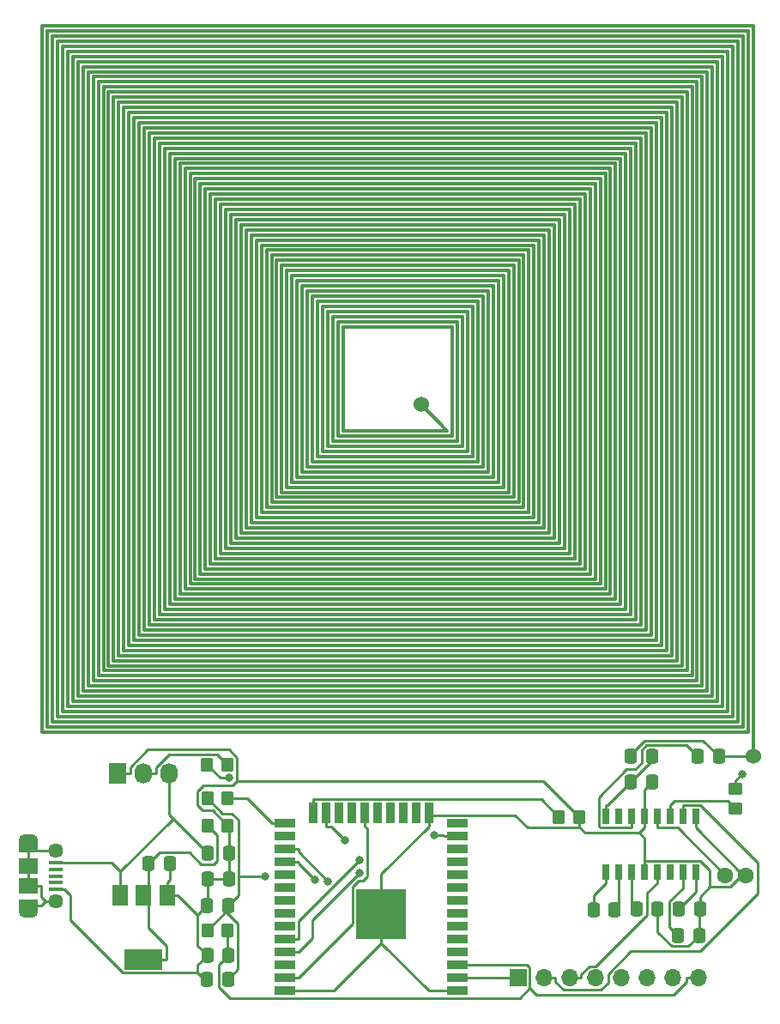
<source format=gtl>
%TF.GenerationSoftware,KiCad,Pcbnew,(6.0.7)*%
%TF.CreationDate,2022-10-01T10:05:14-06:00*%
%TF.ProjectId,attiny_rfid_light,61747469-6e79-45f7-9266-69645f6c6967,rev?*%
%TF.SameCoordinates,Original*%
%TF.FileFunction,Copper,L1,Top*%
%TF.FilePolarity,Positive*%
%FSLAX46Y46*%
G04 Gerber Fmt 4.6, Leading zero omitted, Abs format (unit mm)*
G04 Created by KiCad (PCBNEW (6.0.7)) date 2022-10-01 10:05:14*
%MOMM*%
%LPD*%
G01*
G04 APERTURE LIST*
G04 Aperture macros list*
%AMRoundRect*
0 Rectangle with rounded corners*
0 $1 Rounding radius*
0 $2 $3 $4 $5 $6 $7 $8 $9 X,Y pos of 4 corners*
0 Add a 4 corners polygon primitive as box body*
4,1,4,$2,$3,$4,$5,$6,$7,$8,$9,$2,$3,0*
0 Add four circle primitives for the rounded corners*
1,1,$1+$1,$2,$3*
1,1,$1+$1,$4,$5*
1,1,$1+$1,$6,$7*
1,1,$1+$1,$8,$9*
0 Add four rect primitives between the rounded corners*
20,1,$1+$1,$2,$3,$4,$5,0*
20,1,$1+$1,$4,$5,$6,$7,0*
20,1,$1+$1,$6,$7,$8,$9,0*
20,1,$1+$1,$8,$9,$2,$3,0*%
G04 Aperture macros list end*
%TA.AperFunction,EtchedComponent*%
%ADD10C,0.300000*%
%TD*%
%TA.AperFunction,SMDPad,CuDef*%
%ADD11R,1.500000X2.000000*%
%TD*%
%TA.AperFunction,SMDPad,CuDef*%
%ADD12R,3.800000X2.000000*%
%TD*%
%TA.AperFunction,SMDPad,CuDef*%
%ADD13R,2.000000X0.900000*%
%TD*%
%TA.AperFunction,SMDPad,CuDef*%
%ADD14R,0.900000X2.000000*%
%TD*%
%TA.AperFunction,SMDPad,CuDef*%
%ADD15R,5.000000X5.000000*%
%TD*%
%TA.AperFunction,SMDPad,CuDef*%
%ADD16RoundRect,0.250000X0.450000X-0.350000X0.450000X0.350000X-0.450000X0.350000X-0.450000X-0.350000X0*%
%TD*%
%TA.AperFunction,SMDPad,CuDef*%
%ADD17RoundRect,0.250000X-0.350000X-0.450000X0.350000X-0.450000X0.350000X0.450000X-0.350000X0.450000X0*%
%TD*%
%TA.AperFunction,SMDPad,CuDef*%
%ADD18C,1.524000*%
%TD*%
%TA.AperFunction,ComponentPad*%
%ADD19C,1.524000*%
%TD*%
%TA.AperFunction,SMDPad,CuDef*%
%ADD20R,1.350000X0.400000*%
%TD*%
%TA.AperFunction,SMDPad,CuDef*%
%ADD21R,1.900000X1.500000*%
%TD*%
%TA.AperFunction,SMDPad,CuDef*%
%ADD22R,1.900000X1.200000*%
%TD*%
%TA.AperFunction,ComponentPad*%
%ADD23O,1.900000X1.200000*%
%TD*%
%TA.AperFunction,ComponentPad*%
%ADD24C,1.450000*%
%TD*%
%TA.AperFunction,ComponentPad*%
%ADD25R,1.700000X1.700000*%
%TD*%
%TA.AperFunction,ComponentPad*%
%ADD26O,1.700000X1.700000*%
%TD*%
%TA.AperFunction,ComponentPad*%
%ADD27R,1.730000X2.030000*%
%TD*%
%TA.AperFunction,ComponentPad*%
%ADD28O,1.730000X2.030000*%
%TD*%
%TA.AperFunction,SMDPad,CuDef*%
%ADD29R,0.650000X1.550000*%
%TD*%
%TA.AperFunction,SMDPad,CuDef*%
%ADD30RoundRect,0.250000X0.337500X0.475000X-0.337500X0.475000X-0.337500X-0.475000X0.337500X-0.475000X0*%
%TD*%
%TA.AperFunction,SMDPad,CuDef*%
%ADD31RoundRect,0.250000X-0.337500X-0.475000X0.337500X-0.475000X0.337500X0.475000X-0.337500X0.475000X0*%
%TD*%
%TA.AperFunction,ComponentPad*%
%ADD32C,1.600000*%
%TD*%
%TA.AperFunction,ViaPad*%
%ADD33C,0.800000*%
%TD*%
%TA.AperFunction,Conductor*%
%ADD34C,0.250000*%
%TD*%
G04 APERTURE END LIST*
D10*
X81804500Y-71462800D02*
X125805500Y-71462800D01*
X131841500Y-121499800D02*
X75265500Y-121499800D01*
X117254500Y-80013800D02*
X117254500Y-106912800D01*
X135362500Y-61905800D02*
X135362500Y-125020800D01*
X124799500Y-114457800D02*
X82307500Y-114457800D01*
X88343500Y-108421800D02*
X88343500Y-78001800D01*
X127817500Y-117475800D02*
X79289500Y-117475800D01*
X91361500Y-81019800D02*
X116248500Y-81019800D01*
X78283500Y-118481800D02*
X78283500Y-67941800D01*
X80798500Y-115966800D02*
X80798500Y-70456800D01*
X79289500Y-68947800D02*
X128320500Y-68947800D01*
X86331500Y-75989800D02*
X121278500Y-75989800D01*
X71744500Y-61402800D02*
X135865500Y-61402800D01*
X76774500Y-119990800D02*
X76774500Y-66432800D01*
X69732500Y-59390800D02*
X137877500Y-59390800D01*
X76271500Y-65929800D02*
X131338500Y-65929800D01*
X129829500Y-119487800D02*
X77277500Y-119487800D01*
X81301500Y-115463800D02*
X81301500Y-70959800D01*
X109206500Y-98864800D02*
X97900500Y-98864800D01*
X130835500Y-66432800D02*
X130835500Y-120493800D01*
X132344500Y-122002800D02*
X74762500Y-122002800D01*
X74259500Y-122505800D02*
X74259500Y-63917800D01*
X125805500Y-71462800D02*
X125805500Y-115463800D01*
X138380500Y-58887800D02*
X138380500Y-128038800D01*
X126308500Y-115966800D02*
X80798500Y-115966800D01*
X117757500Y-107415800D02*
X89349500Y-107415800D01*
X121781500Y-75486800D02*
X121781500Y-111439800D01*
X125302500Y-71965800D02*
X125302500Y-114960800D01*
X114236500Y-83031800D02*
X114236500Y-103894800D01*
X131841500Y-65426800D02*
X131841500Y-121499800D01*
X132344500Y-64923800D02*
X132344500Y-122002800D01*
X119266500Y-78001800D02*
X119266500Y-108924800D01*
X110715500Y-86552800D02*
X110715500Y-100373800D01*
X68726500Y-128038800D02*
X68726500Y-58384800D01*
X124296500Y-72971800D02*
X124296500Y-113954800D01*
X128320500Y-117978800D02*
X78786500Y-117978800D01*
X113733500Y-83534800D02*
X113733500Y-103391800D01*
X80798500Y-70456800D02*
X126811500Y-70456800D01*
X78283500Y-67941800D02*
X129326500Y-67941800D01*
X73253500Y-62911800D02*
X134356500Y-62911800D01*
X120272500Y-76995800D02*
X120272500Y-109930800D01*
X136871500Y-60396800D02*
X136871500Y-126529800D01*
X123290500Y-112948800D02*
X83816500Y-112948800D01*
X133853500Y-123511800D02*
X73253500Y-123511800D01*
X110212500Y-87055800D02*
X110212500Y-99870800D01*
X129326500Y-118984800D02*
X77780500Y-118984800D01*
X73756500Y-63414800D02*
X133853500Y-63414800D01*
X75768500Y-65426800D02*
X131841500Y-65426800D01*
X110212500Y-99870800D02*
X96894500Y-99870800D01*
X127314500Y-116972800D02*
X79792500Y-116972800D01*
X83313500Y-113451800D02*
X83313500Y-72971800D01*
X109709500Y-87558800D02*
X109709500Y-99367800D01*
X114739500Y-82528800D02*
X114739500Y-104397800D01*
X93876500Y-102888800D02*
X93876500Y-83534800D01*
X96894500Y-86552800D02*
X110715500Y-86552800D01*
X92870500Y-103894800D02*
X92870500Y-82528800D01*
X80295500Y-116469800D02*
X80295500Y-69953800D01*
X70738500Y-126026800D02*
X70738500Y-60396800D01*
X70235500Y-126529800D02*
X70235500Y-59893800D01*
X125302500Y-114960800D02*
X81804500Y-114960800D01*
X90858500Y-80516800D02*
X116751500Y-80516800D01*
X122787500Y-74480800D02*
X122787500Y-112445800D01*
X81301500Y-70959800D02*
X126308500Y-70959800D01*
X131338500Y-65929800D02*
X131338500Y-120996800D01*
X111721500Y-85546800D02*
X111721500Y-101379800D01*
X77277500Y-66935800D02*
X130332500Y-66935800D01*
X77780500Y-118984800D02*
X77780500Y-67438800D01*
X82810500Y-72468800D02*
X124799500Y-72468800D01*
X138883500Y-58384800D02*
X138883500Y-128541800D01*
X90858500Y-105906800D02*
X90858500Y-80516800D01*
X137877500Y-127535800D02*
X69229500Y-127535800D01*
X96391500Y-100373800D02*
X96391500Y-86049800D01*
X93373500Y-103391800D02*
X93373500Y-83031800D01*
X121278500Y-110936800D02*
X85828500Y-110936800D01*
X113230500Y-84037800D02*
X113230500Y-102888800D01*
X123290500Y-73977800D02*
X123290500Y-112948800D01*
X77277500Y-119487800D02*
X77277500Y-66935800D01*
X93876500Y-83534800D02*
X113733500Y-83534800D01*
X112727500Y-84540800D02*
X112727500Y-102385800D01*
X72247500Y-61905800D02*
X135362500Y-61905800D01*
X114739500Y-104397800D02*
X92367500Y-104397800D01*
X112224500Y-101882800D02*
X94882500Y-101882800D01*
X129829500Y-67438800D02*
X129829500Y-119487800D01*
X91864500Y-81522800D02*
X115745500Y-81522800D01*
X98403500Y-88061800D02*
X109206500Y-88061800D01*
X75265500Y-64923800D02*
X132344500Y-64923800D01*
X111721500Y-101379800D02*
X95385500Y-101379800D01*
X137374500Y-59893800D02*
X137374500Y-127032800D01*
X70235500Y-59893800D02*
X137374500Y-59893800D01*
X85828500Y-75486800D02*
X121781500Y-75486800D01*
X106093500Y-95751800D02*
X108703500Y-98361800D01*
X94379500Y-84037800D02*
X113230500Y-84037800D01*
X128320500Y-68947800D02*
X128320500Y-117978800D01*
X82307500Y-114457800D02*
X82307500Y-71965800D01*
X97397500Y-99367800D02*
X97397500Y-87055800D01*
X74762500Y-122002800D02*
X74762500Y-64420800D01*
X95385500Y-85043800D02*
X112224500Y-85043800D01*
X122284500Y-74983800D02*
X122284500Y-111942800D01*
X88343500Y-78001800D02*
X119266500Y-78001800D01*
X71241500Y-125523800D02*
X71241500Y-60899800D01*
X85325500Y-111439800D02*
X85325500Y-74983800D01*
X92870500Y-82528800D02*
X114739500Y-82528800D01*
X78786500Y-117978800D02*
X78786500Y-68444800D01*
X95385500Y-101379800D02*
X95385500Y-85043800D01*
X85828500Y-110936800D02*
X85828500Y-75486800D01*
X138883500Y-130445018D02*
X138883500Y-128541800D01*
X121781500Y-111439800D02*
X85325500Y-111439800D01*
X109709500Y-99367800D02*
X97397500Y-99367800D01*
X127817500Y-69450800D02*
X127817500Y-117475800D01*
X111218500Y-100876800D02*
X95888500Y-100876800D01*
X120272500Y-109930800D02*
X86834500Y-109930800D01*
X94379500Y-102385800D02*
X94379500Y-84037800D01*
X69732500Y-127032800D02*
X69732500Y-59390800D01*
X127314500Y-69953800D02*
X127314500Y-116972800D01*
X124296500Y-113954800D02*
X82810500Y-113954800D01*
X95888500Y-100876800D02*
X95888500Y-85546800D01*
X91864500Y-104900800D02*
X91864500Y-81522800D01*
X69229500Y-58887800D02*
X138380500Y-58887800D01*
X79792500Y-116972800D02*
X79792500Y-69450800D01*
X72750500Y-124014800D02*
X72750500Y-62408800D01*
X113230500Y-102888800D02*
X93876500Y-102888800D01*
X136871500Y-126529800D02*
X70235500Y-126529800D01*
X87840500Y-77498800D02*
X119769500Y-77498800D01*
X87337500Y-109427800D02*
X87337500Y-76995800D01*
X94882500Y-101882800D02*
X94882500Y-84540800D01*
X132847500Y-122505800D02*
X74259500Y-122505800D01*
X117254500Y-106912800D02*
X89852500Y-106912800D01*
X89349500Y-107415800D02*
X89349500Y-79007800D01*
X92367500Y-82025800D02*
X115242500Y-82025800D01*
X86331500Y-110433800D02*
X86331500Y-75989800D01*
X130332500Y-66935800D02*
X130332500Y-119990800D01*
X115242500Y-82025800D02*
X115242500Y-104900800D01*
X70738500Y-60396800D02*
X136871500Y-60396800D01*
X116751500Y-80516800D02*
X116751500Y-106409800D01*
X120775500Y-110433800D02*
X86331500Y-110433800D01*
X114236500Y-103894800D02*
X92870500Y-103894800D01*
X123793500Y-73474800D02*
X123793500Y-113451800D01*
X119769500Y-77498800D02*
X119769500Y-109427800D01*
X134356500Y-62911800D02*
X134356500Y-124014800D01*
X86834500Y-76492800D02*
X120775500Y-76492800D01*
X72750500Y-62408800D02*
X134859500Y-62408800D01*
X74259500Y-63917800D02*
X133350500Y-63917800D01*
X111218500Y-86049800D02*
X111218500Y-100876800D01*
X121278500Y-75989800D02*
X121278500Y-110936800D01*
X113733500Y-103391800D02*
X93373500Y-103391800D01*
X115745500Y-81522800D02*
X115745500Y-105403800D01*
X126811500Y-70456800D02*
X126811500Y-116469800D01*
X116751500Y-106409800D02*
X90355500Y-106409800D01*
X94882500Y-84540800D02*
X112727500Y-84540800D01*
X122284500Y-111942800D02*
X84822500Y-111942800D01*
X88846500Y-107918800D02*
X88846500Y-78504800D01*
X69229500Y-127535800D02*
X69229500Y-58887800D01*
X109206500Y-88061800D02*
X109206500Y-98864800D01*
X134859500Y-124517800D02*
X72247500Y-124517800D01*
X83816500Y-73474800D02*
X123793500Y-73474800D01*
X135362500Y-125020800D02*
X71744500Y-125020800D01*
X134356500Y-124014800D02*
X72750500Y-124014800D01*
X115745500Y-105403800D02*
X91361500Y-105403800D01*
X83313500Y-72971800D02*
X124296500Y-72971800D01*
X117757500Y-79510800D02*
X117757500Y-107415800D01*
X138380500Y-128038800D02*
X68726500Y-128038800D01*
X89852500Y-79510800D02*
X117757500Y-79510800D01*
X116248500Y-81019800D02*
X116248500Y-105906800D01*
X126308500Y-70959800D02*
X126308500Y-115966800D01*
X75265500Y-121499800D02*
X75265500Y-64923800D01*
X85325500Y-74983800D02*
X122284500Y-74983800D01*
X79792500Y-69450800D02*
X127817500Y-69450800D01*
X90355500Y-80013800D02*
X117254500Y-80013800D01*
X82810500Y-113954800D02*
X82810500Y-72468800D01*
X73253500Y-123511800D02*
X73253500Y-62911800D01*
X97900500Y-98864800D02*
X97900500Y-87558800D01*
X133350500Y-63917800D02*
X133350500Y-123008800D01*
X133350500Y-123008800D02*
X73756500Y-123008800D01*
X137374500Y-127032800D02*
X69732500Y-127032800D01*
X72247500Y-124517800D02*
X72247500Y-61905800D01*
X71241500Y-60899800D02*
X136368500Y-60899800D01*
X125805500Y-115463800D02*
X81301500Y-115463800D01*
X119769500Y-109427800D02*
X87337500Y-109427800D01*
X112727500Y-102385800D02*
X94379500Y-102385800D01*
X83816500Y-112948800D02*
X83816500Y-73474800D01*
X93373500Y-83031800D02*
X114236500Y-83031800D01*
X84319500Y-73977800D02*
X123290500Y-73977800D01*
X73756500Y-123008800D02*
X73756500Y-63414800D01*
X95888500Y-85546800D02*
X111721500Y-85546800D01*
X76774500Y-66432800D02*
X130835500Y-66432800D01*
X120775500Y-76492800D02*
X120775500Y-110433800D01*
X89852500Y-106912800D02*
X89852500Y-79510800D01*
X77780500Y-67438800D02*
X129829500Y-67438800D01*
X79289500Y-117475800D02*
X79289500Y-68947800D01*
X124799500Y-72468800D02*
X124799500Y-114457800D01*
X84319500Y-112445800D02*
X84319500Y-73977800D01*
X68726500Y-58384800D02*
X138883500Y-58384800D01*
X122787500Y-112445800D02*
X84319500Y-112445800D01*
X98403500Y-98361800D02*
X98403500Y-88061800D01*
X130332500Y-119990800D02*
X76774500Y-119990800D01*
X91361500Y-105403800D02*
X91361500Y-81019800D01*
X96894500Y-99870800D02*
X96894500Y-86552800D01*
X78786500Y-68444800D02*
X128823500Y-68444800D01*
X136368500Y-126026800D02*
X70738500Y-126026800D01*
X76271500Y-120493800D02*
X76271500Y-65929800D01*
X132847500Y-64420800D02*
X132847500Y-122505800D01*
X97397500Y-87055800D02*
X110212500Y-87055800D01*
X131338500Y-120996800D02*
X75768500Y-120996800D01*
X118763500Y-108421800D02*
X88343500Y-108421800D01*
X128823500Y-118481800D02*
X78283500Y-118481800D01*
X90355500Y-106409800D02*
X90355500Y-80013800D01*
X84822500Y-111942800D02*
X84822500Y-74480800D01*
X118763500Y-78504800D02*
X118763500Y-108421800D01*
X82307500Y-71965800D02*
X125302500Y-71965800D01*
X80295500Y-69953800D02*
X127314500Y-69953800D01*
X71744500Y-125020800D02*
X71744500Y-61402800D01*
X135865500Y-61402800D02*
X135865500Y-125523800D01*
X118260500Y-107918800D02*
X88846500Y-107918800D01*
X112224500Y-85043800D02*
X112224500Y-101882800D01*
X118260500Y-79007800D02*
X118260500Y-107918800D01*
X137877500Y-59390800D02*
X137877500Y-127535800D01*
X84822500Y-74480800D02*
X122787500Y-74480800D01*
X136368500Y-60899800D02*
X136368500Y-126026800D01*
X135865500Y-125523800D02*
X71241500Y-125523800D01*
X119266500Y-108924800D02*
X87840500Y-108924800D01*
X129326500Y-67941800D02*
X129326500Y-118984800D01*
X81804500Y-114960800D02*
X81804500Y-71462800D01*
X97900500Y-87558800D02*
X109709500Y-87558800D01*
X108703500Y-98361800D02*
X98403500Y-98361800D01*
X133853500Y-63414800D02*
X133853500Y-123511800D01*
X115242500Y-104900800D02*
X91864500Y-104900800D01*
X128823500Y-68444800D02*
X128823500Y-118481800D01*
X126811500Y-116469800D02*
X80295500Y-116469800D01*
X123793500Y-113451800D02*
X83313500Y-113451800D01*
X75768500Y-120996800D02*
X75768500Y-65426800D01*
X116248500Y-105906800D02*
X90858500Y-105906800D01*
X96391500Y-86049800D02*
X111218500Y-86049800D01*
X134859500Y-62408800D02*
X134859500Y-124517800D01*
X86834500Y-109930800D02*
X86834500Y-76492800D01*
X87337500Y-76995800D02*
X120272500Y-76995800D01*
X92367500Y-104397800D02*
X92367500Y-82025800D01*
X130835500Y-120493800D02*
X76271500Y-120493800D01*
X87840500Y-108924800D02*
X87840500Y-77498800D01*
X74762500Y-64420800D02*
X132847500Y-64420800D01*
X88846500Y-78504800D02*
X118763500Y-78504800D01*
X110715500Y-100373800D02*
X96391500Y-100373800D01*
X89349500Y-79007800D02*
X118260500Y-79007800D01*
D11*
X76440000Y-144170000D03*
X78740000Y-144170000D03*
D12*
X78740000Y-150470000D03*
D11*
X81040000Y-144170000D03*
D13*
X109688200Y-153519800D03*
X109688200Y-152249800D03*
X109688200Y-150979800D03*
X109688200Y-149709800D03*
X109688200Y-148439800D03*
X109688200Y-147169800D03*
X109688200Y-145899800D03*
X109688200Y-144629800D03*
X109688200Y-143359800D03*
X109688200Y-142089800D03*
X109688200Y-140819800D03*
X109688200Y-139549800D03*
X109688200Y-138279800D03*
X109688200Y-137009800D03*
D14*
X106903200Y-136009800D03*
X105633200Y-136009800D03*
X104363200Y-136009800D03*
X103093200Y-136009800D03*
X101823200Y-136009800D03*
X100553200Y-136009800D03*
X99283200Y-136009800D03*
X98013200Y-136009800D03*
X96743200Y-136009800D03*
X95473200Y-136009800D03*
D13*
X92688200Y-137009800D03*
X92688200Y-138279800D03*
X92688200Y-139549800D03*
X92688200Y-140819800D03*
X92688200Y-142089800D03*
X92688200Y-143359800D03*
X92688200Y-144629800D03*
X92688200Y-145899800D03*
X92688200Y-147169800D03*
X92688200Y-148439800D03*
X92688200Y-149709800D03*
X92688200Y-150979800D03*
X92688200Y-152249800D03*
X92688200Y-153519800D03*
D15*
X102188200Y-146019800D03*
D16*
X137160000Y-135620000D03*
X137160000Y-133620000D03*
D17*
X84996600Y-131266900D03*
X86996600Y-131266900D03*
X119696000Y-136403700D03*
X121696000Y-136403700D03*
X85009400Y-134594800D03*
X87009400Y-134594800D03*
X85009400Y-137252500D03*
X87009400Y-137252500D03*
X85007100Y-147633200D03*
X87007100Y-147633200D03*
D18*
X138914696Y-130386600D03*
D19*
X106093500Y-95751800D03*
D20*
X70042500Y-140940000D03*
X70042500Y-141590000D03*
X70042500Y-142240000D03*
X70042500Y-142890000D03*
X70042500Y-143540000D03*
D21*
X67342500Y-141240000D03*
D22*
X67342500Y-145140000D03*
D23*
X67342500Y-145740000D03*
D24*
X70042500Y-139740000D03*
D23*
X67342500Y-138740000D03*
D22*
X67342500Y-139340000D03*
D24*
X70042500Y-144740000D03*
D21*
X67342500Y-143240000D03*
D25*
X115658600Y-152313700D03*
D26*
X118198600Y-152313700D03*
X120738600Y-152313700D03*
X123278600Y-152313700D03*
X125818600Y-152313700D03*
X128358600Y-152313700D03*
X130898600Y-152313700D03*
X133438600Y-152313700D03*
D27*
X76200000Y-132080000D03*
D28*
X78740000Y-132080000D03*
X81280000Y-132080000D03*
D29*
X133183500Y-136397000D03*
X131913500Y-136397000D03*
X130643500Y-136397000D03*
X129373500Y-136397000D03*
X128103500Y-136397000D03*
X126833500Y-136397000D03*
X125563500Y-136397000D03*
X124293500Y-136397000D03*
X124293500Y-141847000D03*
X125563500Y-141847000D03*
X126833500Y-141847000D03*
X128103500Y-141847000D03*
X129373500Y-141847000D03*
X130643500Y-141847000D03*
X131913500Y-141847000D03*
X133183500Y-141847000D03*
D30*
X133394700Y-130425800D03*
X135469700Y-130425800D03*
D31*
X133526100Y-148116300D03*
X131451100Y-148116300D03*
X126812200Y-132965800D03*
X128887200Y-132965800D03*
X126812200Y-130425800D03*
X128887200Y-130425800D03*
X79224100Y-141027600D03*
X81299100Y-141027600D03*
X87127700Y-142533900D03*
X85052700Y-142533900D03*
X85052700Y-139993900D03*
X87127700Y-139993900D03*
X125213200Y-145597900D03*
X123138200Y-145597900D03*
X131531100Y-145478000D03*
X133606100Y-145478000D03*
D32*
X138127000Y-142200000D03*
X136127000Y-142200000D03*
D31*
X129446800Y-145478000D03*
X127371800Y-145478000D03*
X84984300Y-152410400D03*
X87059300Y-152410400D03*
X85027500Y-150055400D03*
X87102500Y-150055400D03*
X84965900Y-145173400D03*
X87040900Y-145173400D03*
D33*
X95596000Y-142587400D03*
X87194200Y-132583000D03*
X107379300Y-138221700D03*
X137805800Y-132173500D03*
X100033700Y-141978000D03*
X100015600Y-140697700D03*
X96929500Y-142758000D03*
X98629300Y-138751600D03*
X90725300Y-142274800D03*
D34*
X94013500Y-141004900D02*
X94013500Y-140819800D01*
X95596000Y-142587400D02*
X94013500Y-141004900D01*
X92688200Y-140819800D02*
X94013500Y-140819800D01*
X85968800Y-130239100D02*
X86996600Y-131266900D01*
X81250400Y-130239100D02*
X85968800Y-130239100D01*
X79930300Y-131559200D02*
X81250400Y-130239100D01*
X79930300Y-132080000D02*
X79930300Y-131559200D01*
X78740000Y-132080000D02*
X79930300Y-132080000D01*
X92688200Y-152249800D02*
X94013500Y-152249800D01*
X100553200Y-136009800D02*
X100553200Y-137335100D01*
X100765700Y-137547600D02*
X100553200Y-137335100D01*
X100765700Y-142271800D02*
X100765700Y-137547600D01*
X100334200Y-142703300D02*
X100765700Y-142271800D01*
X99965300Y-142703300D02*
X100334200Y-142703300D01*
X99345700Y-143322900D02*
X99965300Y-142703300D01*
X99345700Y-146917600D02*
X99345700Y-143322900D01*
X94013500Y-152249800D02*
X99345700Y-146917600D01*
X109688200Y-138279800D02*
X108362900Y-138279800D01*
X86312700Y-132583000D02*
X84996600Y-131266900D01*
X87194200Y-132583000D02*
X86312700Y-132583000D01*
X108304800Y-138221700D02*
X107379300Y-138221700D01*
X108362900Y-138279800D02*
X108304800Y-138221700D01*
X117976800Y-134684500D02*
X95473200Y-134684500D01*
X119696000Y-136403700D02*
X117976800Y-134684500D01*
X95473200Y-136009800D02*
X95473200Y-134684500D01*
X88947900Y-134594800D02*
X91362900Y-137009800D01*
X87009400Y-134594800D02*
X88947900Y-134594800D01*
X92688200Y-137009800D02*
X91362900Y-137009800D01*
X137160000Y-132819300D02*
X137160000Y-133620000D01*
X137805800Y-132173500D02*
X137160000Y-132819300D01*
X67342500Y-145140000D02*
X68617800Y-145140000D01*
X67342500Y-141240000D02*
X67342500Y-140164700D01*
X67342500Y-145740000D02*
X67342500Y-145140000D01*
X67342500Y-139340000D02*
X67342500Y-138740000D01*
X68617800Y-144340000D02*
X69017800Y-144740000D01*
X68617800Y-143240000D02*
X68617800Y-144340000D01*
X70042500Y-144740000D02*
X69017800Y-144740000D01*
X69017800Y-144740000D02*
X68617800Y-145140000D01*
X67342500Y-143240000D02*
X67980200Y-143240000D01*
X67980200Y-143240000D02*
X68617800Y-143240000D01*
X67342500Y-142602300D02*
X67342500Y-141240000D01*
X67980200Y-143240000D02*
X67342500Y-142602300D01*
X67342500Y-139740000D02*
X70042500Y-139740000D01*
X67342500Y-139340000D02*
X67342500Y-139740000D01*
X67342500Y-139740000D02*
X67342500Y-140164700D01*
X95371700Y-148351600D02*
X94013500Y-149709800D01*
X95371700Y-146640000D02*
X95371700Y-148351600D01*
X100033700Y-141978000D02*
X95371700Y-146640000D01*
X92688200Y-149709800D02*
X94013500Y-149709800D01*
X92688200Y-148439800D02*
X94013500Y-148439800D01*
X94013500Y-146699800D02*
X94013500Y-148439800D01*
X100015600Y-140697700D02*
X94013500Y-146699800D01*
X94013500Y-139842000D02*
X94013500Y-139549800D01*
X96929500Y-142758000D02*
X94013500Y-139842000D01*
X92688200Y-139549800D02*
X94013500Y-139549800D01*
X121913900Y-151946300D02*
X121913900Y-152313700D01*
X122721800Y-151138400D02*
X121913900Y-151946300D01*
X123355900Y-151138400D02*
X122721800Y-151138400D01*
X128409300Y-146085000D02*
X123355900Y-151138400D01*
X128409300Y-143911500D02*
X128409300Y-146085000D01*
X129373500Y-142947300D02*
X128409300Y-143911500D01*
X129373500Y-141847000D02*
X129373500Y-142947300D01*
X120738600Y-152313700D02*
X121913900Y-152313700D01*
X130643500Y-136397000D02*
X130643500Y-135296700D01*
X131121100Y-134819100D02*
X130643500Y-135296700D01*
X136359100Y-134819100D02*
X131121100Y-134819100D01*
X137160000Y-135620000D02*
X136359100Y-134819100D01*
X97212800Y-137335100D02*
X96743200Y-137335100D01*
X98629300Y-138751600D02*
X97212800Y-137335100D01*
X96743200Y-136009800D02*
X96743200Y-137335100D01*
X119373900Y-152681100D02*
X119373900Y-152313700D01*
X120181800Y-153489000D02*
X119373900Y-152681100D01*
X123852100Y-153489000D02*
X120181800Y-153489000D01*
X124548600Y-152792500D02*
X123852100Y-153489000D01*
X124548600Y-151896800D02*
X124548600Y-152792500D01*
X126826800Y-149618600D02*
X124548600Y-151896800D01*
X133669100Y-149618600D02*
X126826800Y-149618600D01*
X139298000Y-143989700D02*
X133669100Y-149618600D01*
X139298000Y-140922500D02*
X139298000Y-143989700D01*
X133672200Y-135296700D02*
X139298000Y-140922500D01*
X131913500Y-135296700D02*
X133672200Y-135296700D01*
X131913500Y-136397000D02*
X131913500Y-135296700D01*
X118198600Y-152313700D02*
X119373900Y-152313700D01*
X123789600Y-137497300D02*
X126833500Y-137497300D01*
X123643100Y-137350800D02*
X123789600Y-137497300D01*
X123643100Y-134458700D02*
X123643100Y-137350800D01*
X126406000Y-131695800D02*
X123643100Y-134458700D01*
X127219300Y-131695800D02*
X126406000Y-131695800D01*
X127849800Y-131065300D02*
X127219300Y-131695800D01*
X127849800Y-129826400D02*
X127849800Y-131065300D01*
X128314200Y-129362000D02*
X127849800Y-129826400D01*
X132330900Y-129362000D02*
X128314200Y-129362000D01*
X133394700Y-130425800D02*
X132330900Y-129362000D01*
X126833500Y-136397000D02*
X126833500Y-137497300D01*
X131913500Y-143436800D02*
X131913500Y-141847000D01*
X130609300Y-144741000D02*
X131913500Y-143436800D01*
X130609300Y-147274500D02*
X130609300Y-144741000D01*
X131451100Y-148116300D02*
X130609300Y-147274500D01*
X124481300Y-135296700D02*
X124293500Y-135296700D01*
X126812200Y-132965800D02*
X124481300Y-135296700D01*
X124293500Y-136397000D02*
X124293500Y-135296700D01*
X128887200Y-130890800D02*
X128887200Y-130425800D01*
X126812200Y-132965800D02*
X128887200Y-130890800D01*
X135508900Y-130386600D02*
X135469700Y-130425800D01*
X138914700Y-130386600D02*
X135508900Y-130386600D01*
X133935200Y-128891300D02*
X135469700Y-130425800D01*
X128145000Y-128891300D02*
X133935200Y-128891300D01*
X126812200Y-130224100D02*
X128145000Y-128891300D01*
X126812200Y-130425800D02*
X126812200Y-130224100D01*
X78740000Y-144170000D02*
X79224100Y-144170000D01*
X85973300Y-138216400D02*
X85009400Y-137252500D01*
X85973300Y-140747500D02*
X85973300Y-138216400D01*
X85644200Y-141076600D02*
X85973300Y-140747500D01*
X84395400Y-141076600D02*
X85644200Y-141076600D01*
X83251100Y-139932300D02*
X84395400Y-141076600D01*
X80319400Y-139932300D02*
X83251100Y-139932300D01*
X79224100Y-141027600D02*
X80319400Y-139932300D01*
X79224100Y-141027600D02*
X79224100Y-144170000D01*
X80965300Y-149144700D02*
X80965300Y-150470000D01*
X79224100Y-147403500D02*
X80965300Y-149144700D01*
X79224100Y-144170000D02*
X79224100Y-147403500D01*
X78740000Y-150470000D02*
X80965300Y-150470000D01*
X125563500Y-145247600D02*
X125563500Y-141847000D01*
X125213200Y-145597900D02*
X125563500Y-145247600D01*
X123138200Y-144102600D02*
X124293500Y-142947300D01*
X123138200Y-145597900D02*
X123138200Y-144102600D01*
X124293500Y-141847000D02*
X124293500Y-142947300D01*
X133183500Y-143825600D02*
X133183500Y-141847000D01*
X131531100Y-145478000D02*
X133183500Y-143825600D01*
X131424300Y-137497300D02*
X129373500Y-137497300D01*
X136127000Y-142200000D02*
X131424300Y-137497300D01*
X129373500Y-136397000D02*
X129373500Y-137497300D01*
X81280000Y-136221200D02*
X81640400Y-136581600D01*
X81280000Y-132080000D02*
X81280000Y-136221200D01*
X81640400Y-136581600D02*
X85052700Y-139993900D01*
X75598000Y-140940000D02*
X76440000Y-141782000D01*
X70042500Y-140940000D02*
X75598000Y-140940000D01*
X81640400Y-136581600D02*
X76440000Y-141782000D01*
X76440000Y-141782000D02*
X76440000Y-144170000D01*
X126833500Y-144939700D02*
X126833500Y-141847000D01*
X127371800Y-145478000D02*
X126833500Y-144939700D01*
X87007100Y-149960000D02*
X87007100Y-147633200D01*
X87102500Y-150055400D02*
X87007100Y-149960000D01*
X117483100Y-153957300D02*
X116834000Y-153308200D01*
X130987000Y-153957300D02*
X117483100Y-153957300D01*
X132263300Y-152681000D02*
X130987000Y-153957300D01*
X132263300Y-152313700D02*
X132263300Y-152681000D01*
X115828300Y-154313900D02*
X116834000Y-153308200D01*
X87288900Y-154313900D02*
X115828300Y-154313900D01*
X86139400Y-153164400D02*
X87288900Y-154313900D01*
X86139400Y-151018500D02*
X86139400Y-153164400D01*
X87102500Y-150055400D02*
X86139400Y-151018500D01*
X116539900Y-150979800D02*
X109688200Y-150979800D01*
X116834000Y-151273900D02*
X116539900Y-150979800D01*
X116834000Y-153308200D02*
X116834000Y-151273900D01*
X133438600Y-152313700D02*
X132263300Y-152313700D01*
X88037000Y-151432700D02*
X87059300Y-152410400D01*
X88037000Y-146976800D02*
X88037000Y-151432700D01*
X86850300Y-145790000D02*
X88037000Y-146976800D01*
X86850300Y-145790000D02*
X85007100Y-147633200D01*
X87040900Y-145599400D02*
X87040900Y-145173400D01*
X86850300Y-145790000D02*
X87040900Y-145599400D01*
X88073200Y-142274800D02*
X90725300Y-142274800D01*
X88073200Y-144141100D02*
X88073200Y-142274800D01*
X87040900Y-145173400D02*
X88073200Y-144141100D01*
X86497600Y-136083000D02*
X85009400Y-134594800D01*
X87454800Y-136083000D02*
X86497600Y-136083000D01*
X88073200Y-136701400D02*
X87454800Y-136083000D01*
X88073200Y-142274800D02*
X88073200Y-136701400D01*
X111077400Y-152313700D02*
X111013500Y-152249800D01*
X115658600Y-152313700D02*
X111077400Y-152313700D01*
X109688200Y-152249800D02*
X111013500Y-152249800D01*
X133183500Y-136397000D02*
X133183500Y-137497300D01*
X137824900Y-142138700D02*
X133183500Y-137497300D01*
X138065700Y-142138700D02*
X138127000Y-142200000D01*
X137824900Y-142138700D02*
X138065700Y-142138700D01*
X81040000Y-144170000D02*
X82115300Y-144170000D01*
X84014600Y-146069300D02*
X82115300Y-144170000D01*
X84070000Y-146069300D02*
X84014600Y-146069300D01*
X84070000Y-146069300D02*
X84965900Y-145173400D01*
X81299100Y-142585600D02*
X81040000Y-142844700D01*
X81299100Y-141027600D02*
X81299100Y-142585600D01*
X81040000Y-144170000D02*
X81040000Y-142844700D01*
X85052700Y-142533900D02*
X87127700Y-142533900D01*
X85052700Y-145086600D02*
X84965900Y-145173400D01*
X85052700Y-142533900D02*
X85052700Y-145086600D01*
X102188200Y-146019800D02*
X102188200Y-148845100D01*
X87127700Y-142533900D02*
X87127700Y-139993900D01*
X102188200Y-146019800D02*
X102188200Y-143194500D01*
X102188200Y-142050100D02*
X102188200Y-143194500D01*
X106903200Y-137335100D02*
X102188200Y-142050100D01*
X70042500Y-143540000D02*
X70930200Y-143540000D01*
X87127700Y-137370800D02*
X87009400Y-137252500D01*
X87127700Y-139993900D02*
X87127700Y-137370800D01*
X76200000Y-132080000D02*
X77390300Y-132080000D01*
X133526100Y-145558000D02*
X133526100Y-148116300D01*
X133606100Y-145478000D02*
X133526100Y-145558000D01*
X128103500Y-133749500D02*
X128887200Y-132965800D01*
X128103500Y-136397000D02*
X128103500Y-133749500D01*
X129446800Y-147744200D02*
X129446800Y-145478000D01*
X130870800Y-149168200D02*
X129446800Y-147744200D01*
X132474200Y-149168200D02*
X130870800Y-149168200D01*
X133526100Y-148116300D02*
X132474200Y-149168200D01*
X128103500Y-136397000D02*
X128103500Y-137497300D01*
X127594500Y-138006300D02*
X128103500Y-137497300D01*
X128103500Y-141847000D02*
X128103500Y-140746700D01*
X128103500Y-138515300D02*
X127594500Y-138006300D01*
X128103500Y-140746700D02*
X128103500Y-138515300D01*
X136633800Y-143329800D02*
X134555000Y-143329800D01*
X137824900Y-142138700D02*
X136633800Y-143329800D01*
X133606100Y-144278700D02*
X133606100Y-145478000D01*
X134555000Y-143329800D02*
X133606100Y-144278700D01*
X133643300Y-140746700D02*
X128103500Y-140746700D01*
X134555000Y-141658400D02*
X133643300Y-140746700D01*
X134555000Y-143329800D02*
X134555000Y-141658400D01*
X84070000Y-149097900D02*
X84070000Y-146069300D01*
X85027500Y-150055400D02*
X84070000Y-149097900D01*
X71512300Y-144122100D02*
X70930200Y-143540000D01*
X71512300Y-146639500D02*
X71512300Y-144122100D01*
X76674300Y-151801500D02*
X71512300Y-146639500D01*
X84061700Y-151801500D02*
X76674300Y-151801500D01*
X84061700Y-151021200D02*
X85027500Y-150055400D01*
X84061700Y-151801500D02*
X84061700Y-151021200D01*
X84670600Y-152410400D02*
X84061700Y-151801500D01*
X84984300Y-152410400D02*
X84670600Y-152410400D01*
X118141700Y-132849400D02*
X121696000Y-136403700D01*
X87956700Y-132849400D02*
X118141700Y-132849400D01*
X87956700Y-130595300D02*
X87956700Y-132849400D01*
X87148700Y-129787300D02*
X87956700Y-130595300D01*
X79162200Y-129787300D02*
X87148700Y-129787300D01*
X77390300Y-131559200D02*
X79162200Y-129787300D01*
X77390300Y-132080000D02*
X77390300Y-131559200D01*
X85521200Y-135764300D02*
X87009400Y-137252500D01*
X84564000Y-135764300D02*
X85521200Y-135764300D01*
X84038600Y-135238900D02*
X84564000Y-135764300D01*
X84038600Y-133881600D02*
X84038600Y-135238900D01*
X84585200Y-133335000D02*
X84038600Y-133881600D01*
X87471100Y-133335000D02*
X84585200Y-133335000D01*
X87956700Y-132849400D02*
X87471100Y-133335000D01*
X106903200Y-136234700D02*
X106903200Y-137335100D01*
X106903200Y-136234700D02*
X106903200Y-136234400D01*
X106903200Y-136009800D02*
X106903200Y-136234400D01*
X116593300Y-137432000D02*
X121696000Y-137432000D01*
X115395700Y-136234400D02*
X116593300Y-137432000D01*
X106903200Y-136234400D02*
X115395700Y-136234400D01*
X121696000Y-136403700D02*
X121696000Y-137432000D01*
X122270300Y-138006300D02*
X127594500Y-138006300D01*
X121696000Y-137432000D02*
X122270300Y-138006300D01*
X97513500Y-153519800D02*
X102188200Y-148845100D01*
X92688200Y-153519800D02*
X97513500Y-153519800D01*
X106862900Y-153519800D02*
X109688200Y-153519800D01*
X102188200Y-148845100D02*
X106862900Y-153519800D01*
M02*

</source>
